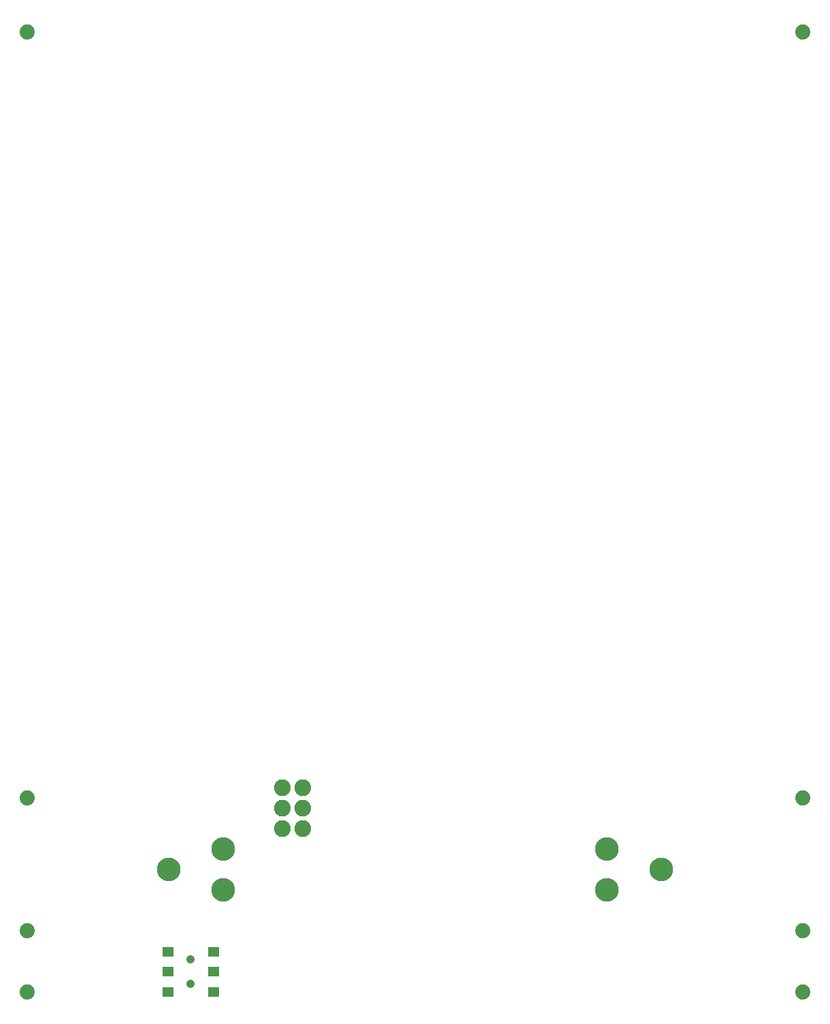
<source format=gbs>
G75*
%MOIN*%
%OFA0B0*%
%FSLAX25Y25*%
%IPPOS*%
%LPD*%
%AMOC8*
5,1,8,0,0,1.08239X$1,22.5*
%
%ADD10C,0.07400*%
%ADD11R,0.05328X0.04737*%
%ADD12C,0.04146*%
%ADD13C,0.11600*%
%ADD14C,0.08200*%
D10*
X0011300Y0018524D03*
X0011300Y0048524D03*
X0011300Y0113524D03*
X0011300Y0488524D03*
X0391300Y0488524D03*
X0391300Y0113524D03*
X0391300Y0048524D03*
X0391300Y0018524D03*
D11*
X0102422Y0018682D03*
X0102422Y0028524D03*
X0102422Y0038367D03*
X0080178Y0038367D03*
X0080178Y0028524D03*
X0080178Y0018682D03*
D12*
X0091300Y0022619D03*
X0091300Y0034430D03*
D13*
X0107284Y0068485D03*
X0107284Y0088485D03*
X0080717Y0078485D03*
X0295316Y0068564D03*
X0295316Y0088564D03*
X0321883Y0078564D03*
D14*
X0146300Y0098524D03*
X0146300Y0108524D03*
X0146300Y0118524D03*
X0136300Y0118524D03*
X0136300Y0108524D03*
X0136300Y0098524D03*
M02*

</source>
